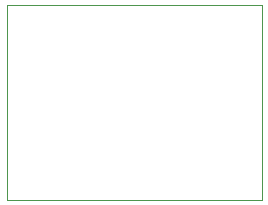
<source format=gbr>
G04 #@! TF.GenerationSoftware,KiCad,Pcbnew,(5.1.2)-2*
G04 #@! TF.CreationDate,2019-08-09T21:51:18-03:00*
G04 #@! TF.ProjectId,minicurso,6d696e69-6375-4727-936f-2e6b69636164,rev?*
G04 #@! TF.SameCoordinates,Original*
G04 #@! TF.FileFunction,Profile,NP*
%FSLAX46Y46*%
G04 Gerber Fmt 4.6, Leading zero omitted, Abs format (unit mm)*
G04 Created by KiCad (PCBNEW (5.1.2)-2) date 2019-08-09 21:51:18*
%MOMM*%
%LPD*%
G04 APERTURE LIST*
%ADD10C,0.050000*%
G04 APERTURE END LIST*
D10*
X135890000Y-72390000D02*
X135890000Y-55880000D01*
X157480000Y-72390000D02*
X135890000Y-72390000D01*
X157480000Y-55880000D02*
X157480000Y-72390000D01*
X135890000Y-55880000D02*
X157480000Y-55880000D01*
M02*

</source>
